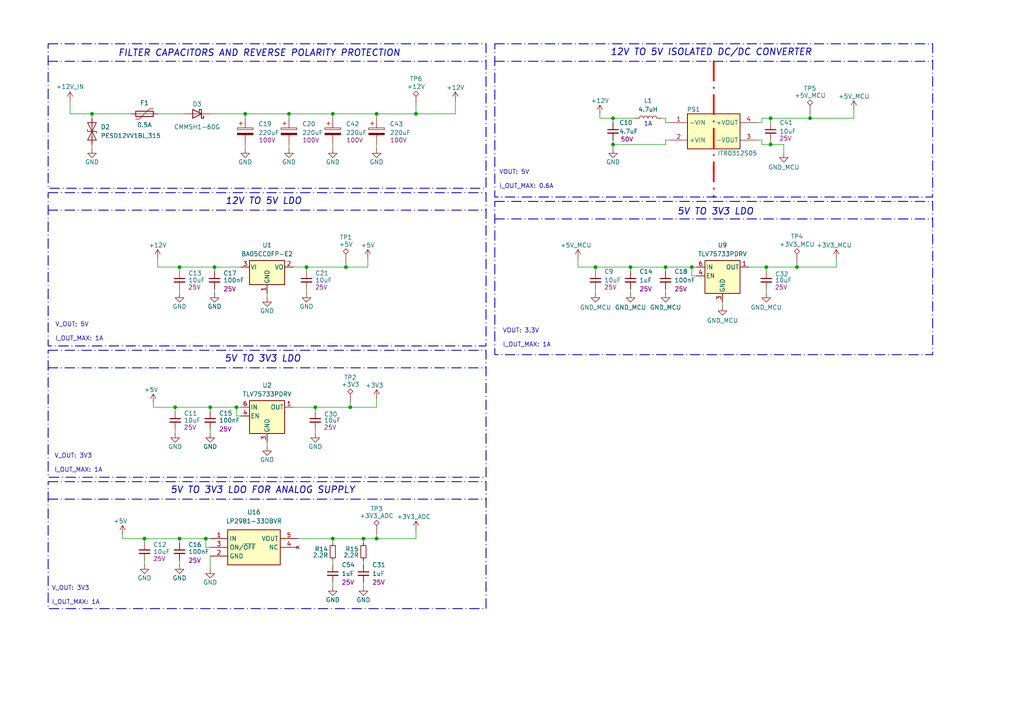
<source format=kicad_sch>
(kicad_sch (version 20231120) (generator "eeschema") (generator_version "8.0")
  (paper "A4")
  (lib_symbols
    (symbol "Connector:TestPoint_Alt" (pin_numbers hide) (pin_names (offset 0.762) hide)
      (property "Reference" "TP" (at 0 6.858 0))
      (property "Value" "TestPoint_Alt" (at 0 5.08 0))
      (symbol "TestPoint_Alt_0_1"
        (polyline (pts (xy 0 2.54) (xy -0.762 3.302) (xy 0 4.064) (xy 0.762 3.302) (xy 0 2.54)))
      )
      (symbol "TestPoint_Alt_1_1"
        (pin passive line (at 0 0 90) (length 2.54) (name "1") (number "1"))
      )
    )
    (symbol "Device:C_Polarized" (pin_numbers hide) (pin_names (offset 0.254))
      (property "Reference" "C" (at 0.635 2.54 0))
      (property "Value" "C_Polarized" (at 0.635 -2.54 0))
      (symbol "C_Polarized_0_1"
        (rectangle (start -2.286 0.508) (end 2.286 1.016))
        (polyline (pts (xy -1.778 2.286) (xy -0.762 2.286)))
        (polyline (pts (xy -1.27 2.794) (xy -1.27 1.778)))
        (rectangle (start 2.286 -0.508) (end -2.286 -1.016) (fill (type outline)))
      )
      (symbol "C_Polarized_1_1"
        (pin passive line (at 0 3.81 270) (length 2.794) (name "~") (number "1"))
        (pin passive line (at 0 -3.81 90) (length 2.794) (name "~") (number "2"))
      )
    )
    (symbol "Device:C_Small" (pin_numbers hide) (pin_names (offset 0.254) hide)
      (property "Reference" "C" (at 0.254 1.778 0))
      (property "Value" "C_Small" (at 0.254 -2.032 0))
      (symbol "C_Small_0_1"
        (polyline (pts (xy -1.524 -0.508) (xy 1.524 -0.508)) (stroke (width 0.3302)))
        (polyline (pts (xy -1.524 0.508) (xy 1.524 0.508)) (stroke (width 0.3048)))
      )
      (symbol "C_Small_1_1"
        (pin passive line (at 0 2.54 270) (length 2.032) (name "~") (number "1"))
        (pin passive line (at 0 -2.54 90) (length 2.032) (name "~") (number "2"))
      )
    )
    (symbol "Device:D_Schottky" (pin_numbers hide) (pin_names (offset 1.016) hide)
      (property "Reference" "D" (at 0 2.54 0))
      (property "Value" "D_Schottky" (at 0 -2.54 0))
      (symbol "D_Schottky_0_1"
        (polyline (pts (xy 1.27 0) (xy -1.27 0)))
        (polyline (pts (xy 1.27 1.27) (xy 1.27 -1.27) (xy -1.27 0) (xy 1.27 1.27)) (stroke (width 0.254)))
        (polyline (pts (xy -1.905 0.635) (xy -1.905 1.27) (xy -1.27 1.27) (xy -1.27 -1.27) (xy -0.635 -1.27) (xy -0.635 -0.635)) (stroke (width 0.254)))
      )
      (symbol "D_Schottky_1_1"
        (pin passive line (at -3.81 0 0) (length 2.54) (name "K") (number "1"))
        (pin passive line (at 3.81 0 180) (length 2.54) (name "A") (number "2"))
      )
    )
    (symbol "Device:L" (pin_numbers hide) (pin_names (offset 1.016) hide)
      (property "Reference" "L" (at -1.27 0 90))
      (property "Value" "L" (at 1.905 0 90))
      (symbol "L_0_1"
        (arc (start 0 -2.54) (mid 0.6323 -1.905) (end 0 -1.27))
        (arc (start 0 -1.27) (mid 0.6323 -0.635) (end 0 0))
        (arc (start 0 0) (mid 0.6323 0.635) (end 0 1.27))
        (arc (start 0 1.27) (mid 0.6323 1.905) (end 0 2.54))
      )
      (symbol "L_1_1"
        (pin passive line (at 0 3.81 270) (length 1.27) (name "1") (number "1"))
        (pin passive line (at 0 -3.81 90) (length 1.27) (name "2") (number "2"))
      )
    )
    (symbol "Device:Polyfuse" (pin_numbers hide) (pin_names (offset 0))
      (property "Reference" "F" (at -2.54 0 90))
      (property "Value" "Polyfuse" (at 2.54 0 90))
      (symbol "Polyfuse_0_1"
        (rectangle (start -0.762 2.54) (end 0.762 -2.54) (stroke (width 0.254)))
        (polyline (pts (xy 0 2.54) (xy 0 -2.54)))
        (polyline (pts (xy -1.524 2.54) (xy -1.524 1.524) (xy 1.524 -1.524) (xy 1.524 -2.54)))
      )
      (symbol "Polyfuse_1_1"
        (pin passive line (at 0 3.81 270) (length 1.27) (name "~") (number "1"))
        (pin passive line (at 0 -3.81 90) (length 1.27) (name "~") (number "2"))
      )
    )
    (symbol "Device:R_Small" (pin_numbers hide) (pin_names (offset 0.254) hide)
      (property "Reference" "R" (at 0.762 0.508 0))
      (property "Value" "R_Small" (at 0.762 -1.016 0))
      (symbol "R_Small_0_1"
        (rectangle (start -0.762 1.778) (end 0.762 -1.778) (stroke (width 0.2032)))
      )
      (symbol "R_Small_1_1"
        (pin passive line (at 0 2.54 270) (length 0.762) (name "~") (number "1"))
        (pin passive line (at 0 -2.54 90) (length 0.762) (name "~") (number "2"))
      )
    )
    (symbol "Diode:SMAJ58CA" (pin_numbers hide) (pin_names (offset 1.016) hide)
      (property "Reference" "D" (at 0 2.54 0))
      (property "Value" "SMAJ58CA" (at 0 -2.54 0))
      (symbol "SMAJ58CA_0_1"
        (polyline (pts (xy 1.27 0) (xy -1.27 0)))
        (polyline (pts (xy -2.54 -1.27) (xy 0 0) (xy -2.54 1.27) (xy -2.54 -1.27)) (stroke (width 0.2032)))
        (polyline (pts (xy 0.508 1.27) (xy 0 1.27) (xy 0 -1.27) (xy -0.508 -1.27)) (stroke (width 0.2032)))
        (polyline (pts (xy 2.54 1.27) (xy 2.54 -1.27) (xy 0 0) (xy 2.54 1.27)) (stroke (width 0.2032)))
      )
      (symbol "SMAJ58CA_1_1"
        (pin passive line (at -3.81 0 0) (length 2.54) (name "A1") (number "1"))
        (pin passive line (at 3.81 0 180) (length 2.54) (name "A2") (number "2"))
      )
    )
    (symbol "My_Symbol_Lib:ITR0312S05"
      (property "Reference" "PS" (at 21.59 7.62 0))
      (property "Value" "ITR0312S05" (at 21.59 5.08 0))
      (symbol "ITR0312S05_1_1"
        (rectangle (start 5.08 2.54) (end 20.32 -7.62) (stroke (width 0.254)) (fill (type background)))
        (pin passive line (at 0 0 0) (length 5.08) (name "-VIN") (number "1"))
        (pin passive line (at 0 -5.08 0) (length 5.08) (name "+VIN") (number "2"))
        (pin passive line (at 25.4 -5.08 180) (length 5.08) (name "-VOUT") (number "3"))
        (pin passive line (at 25.4 0 180) (length 5.08) (name "+VOUT") (number "4"))
      )
    )
    (symbol "My_Symbol_Lib:LP2981-33DBVR"
      (property "Reference" "U" (at -0.508 1.778 0))
      (property "Value" "LP2981-33DBVR" (at -0.254 -10.668 0))
      (symbol "LP2981-33DBVR_1_1"
        (rectangle (start 0 0) (end 15.24 -10.16) (stroke (width 0.254)) (fill (type background)))
        (pin power_in line (at -5.08 -2.54 0) (length 5.08) (name "IN") (number "1"))
        (pin power_in line (at -5.08 -7.62 0) (length 5.08) (name "GND") (number "2"))
        (pin input line (at -5.08 -5.08 0) (length 5.08) (name "ON/~{OFF}") (number "3"))
        (pin no_connect line (at 20.32 -5.08 180) (length 5.08) (name "NC") (number "4"))
        (pin output line (at 20.32 -2.54 180) (length 5.08) (name "VOUT") (number "5"))
      )
    )
    (symbol "Regulator_Linear:TLV1117-50" (pin_names (offset 0.254))
      (property "Reference" "U" (at -3.81 3.175 0))
      (property "Value" "TLV1117-50" (at 0 3.175 0))
      (symbol "TLV1117-50_0_1"
        (rectangle (start -5.08 -5.08) (end 5.08 1.905) (stroke (width 0.254)) (fill (type background)))
      )
      (symbol "TLV1117-50_1_1"
        (pin power_in line (at 0 -7.62 90) (length 2.54) (name "GND") (number "1"))
        (pin power_out line (at 7.62 0 180) (length 2.54) (name "VO") (number "2"))
        (pin power_in line (at -7.62 0 0) (length 2.54) (name "VI") (number "3"))
      )
    )
    (symbol "Regulator_Linear:TLV75733PDRV" (pin_names (offset 0.254))
      (property "Reference" "U" (at -3.81 5.715 0))
      (property "Value" "TLV75733PDRV" (at 0 5.715 0))
      (symbol "TLV75733PDRV_0_1"
        (rectangle (start -5.08 4.445) (end 5.08 -5.08) (stroke (width 0.254)) (fill (type background)))
      )
      (symbol "TLV75733PDRV_1_1"
        (pin power_out line (at 7.62 2.54 180) (length 2.54) (name "OUT") (number "1"))
        (pin no_connect line (at 5.08 0 180) (length 2.54) hide (name "NC") (number "2"))
        (pin power_in line (at 0 -7.62 90) (length 2.54) (name "GND") (number "3"))
        (pin input line (at -7.62 0 0) (length 2.54) (name "EN") (number "4"))
        (pin no_connect line (at 5.08 -2.54 180) (length 2.54) hide (name "NC") (number "5"))
        (pin power_in line (at -7.62 2.54 0) (length 2.54) (name "IN") (number "6"))
        (pin passive line (at 0 -7.62 90) (length 2.54) hide (name "GND") (number "7"))
      )
    )
    (symbol "power:+12V" (power) (pin_numbers hide) (pin_names (offset 0) hide)
      (property "Value" "+12V" (at 0 3.556 0))
      (symbol "+12V_0_1"
        (polyline (pts (xy -0.762 1.27) (xy 0 2.54)))
        (polyline (pts (xy 0 0) (xy 0 2.54)))
        (polyline (pts (xy 0 2.54) (xy 0.762 1.27)))
      )
      (symbol "+12V_1_1"
        (pin power_in line (at 0 0 90) (length 0) (name "~") (number "1"))
      )
    )
    (symbol "power:GND" (power) (pin_numbers hide) (pin_names (offset 0) hide)
      (property "Value" "GND" (at 0 -3.81 0))
      (symbol "GND_0_1"
        (polyline (pts (xy 0 0) (xy 0 -1.27) (xy 1.27 -1.27) (xy 0 -2.54) (xy -1.27 -1.27) (xy 0 -1.27)))
      )
      (symbol "GND_1_1"
        (pin power_in line (at 0 0 270) (length 0) (name "~") (number "1"))
      )
    )
    (symbol "power:VCC" (power) (pin_numbers hide) (pin_names (offset 0) hide)
      (property "Value" "VCC" (at 0 3.556 0))
      (symbol "VCC_0_1"
        (polyline (pts (xy -0.762 1.27) (xy 0 2.54)))
        (polyline (pts (xy 0 0) (xy 0 2.54)))
        (polyline (pts (xy 0 2.54) (xy 0.762 1.27)))
      )
      (symbol "VCC_1_1"
        (pin power_in line (at 0 0 90) (length 0) (name "~") (number "1"))
      )
    )
  )
  (junction (at 231.14 77.47))
  (junction (at 177.8 34.29))
  (junction (at 50.8 118.11))
  (junction (at 101.6 118.11))
  (junction (at 60.96 118.11))
  (junction (at 105.41 156.21))
  (junction (at 223.52 41.91))
  (junction (at 88.9 77.47))
  (junction (at 62.23 77.47))
  (junction (at 109.22 33.02))
  (junction (at 96.52 156.21))
  (junction (at 177.8 41.91))
  (junction (at 100.33 77.47))
  (junction (at 91.44 118.11))
  (junction (at 41.91 156.21))
  (junction (at 223.52 34.29))
  (junction (at 182.88 77.47))
  (junction (at 193.04 77.47))
  (junction (at 120.65 33.02))
  (junction (at 222.25 77.47))
  (junction (at 83.82 33.02))
  (junction (at 52.07 156.21))
  (junction (at 71.12 33.02))
  (junction (at 96.52 33.02))
  (junction (at 200.66 77.47))
  (junction (at 26.67 33.02))
  (junction (at 52.07 77.47))
  (junction (at 59.69 156.21))
  (junction (at 109.22 156.21))
  (junction (at 172.72 77.47))
  (junction (at 234.95 34.29))
  (junction (at 68.58 118.11))
  (wire (pts (xy 109.22 33.02) (xy 109.22 34.29)))
  (wire (pts (xy 220.98 41.91) (xy 223.52 41.91)))
  (wire (pts (xy 91.44 118.11) (xy 91.44 119.38)))
  (wire (pts (xy 182.88 77.47) (xy 193.04 77.47)))
  (wire (pts (xy 177.8 41.91) (xy 177.8 43.18)))
  (wire (pts (xy 223.52 35.56) (xy 223.52 34.29)))
  (wire (pts (xy 71.12 33.02) (xy 83.82 33.02)))
  (wire (pts (xy 193.04 34.29) (xy 193.04 35.56)))
  (wire (pts (xy 132.08 33.02) (xy 120.65 33.02)))
  (wire (pts (xy 26.67 33.02) (xy 38.1 33.02)))
  (wire (pts (xy 50.8 124.46) (xy 50.8 125.73)))
  (wire (pts (xy 106.68 74.93) (xy 106.68 77.47)))
  (wire (pts (xy 101.6 116.84) (xy 101.6 118.11)))
  (wire (pts (xy 220.98 34.29) (xy 220.98 35.56)))
  (wire (pts (xy 227.33 41.91) (xy 227.33 44.45)))
  (polyline (pts (xy 143.51 63.5) (xy 270.51 63.5)) (stroke (width 0.254) (type dash_dot)))
  (wire (pts (xy 193.04 77.47) (xy 200.66 77.47)))
  (wire (pts (xy 71.12 33.02) (xy 71.12 34.29)))
  (wire (pts (xy 44.45 116.84) (xy 44.45 118.11)))
  (wire (pts (xy 193.04 83.82) (xy 193.04 85.09)))
  (wire (pts (xy 223.52 41.91) (xy 223.52 40.64)))
  (wire (pts (xy 88.9 77.47) (xy 100.33 77.47)))
  (wire (pts (xy 96.52 156.21) (xy 105.41 156.21)))
  (wire (pts (xy 193.04 35.56) (xy 194.31 35.56)))
  (wire (pts (xy 83.82 33.02) (xy 83.82 34.29)))
  (wire (pts (xy 223.52 41.91) (xy 227.33 41.91)))
  (wire (pts (xy 83.82 43.18) (xy 83.82 41.91)))
  (wire (pts (xy 109.22 154.94) (xy 109.22 156.21)))
  (wire (pts (xy 109.22 43.18) (xy 109.22 41.91)))
  (wire (pts (xy 105.41 156.21) (xy 109.22 156.21)))
  (wire (pts (xy 223.52 34.29) (xy 234.95 34.29)))
  (wire (pts (xy 177.8 40.64) (xy 177.8 41.91)))
  (wire (pts (xy 105.41 170.18) (xy 105.41 168.91)))
  (wire (pts (xy 68.58 118.11) (xy 68.58 120.65)))
  (wire (pts (xy 201.93 77.47) (xy 200.66 77.47)))
  (wire (pts (xy 120.65 30.48) (xy 120.65 33.02)))
  (wire (pts (xy 50.8 118.11) (xy 50.8 119.38)))
  (wire (pts (xy 26.67 34.29) (xy 26.67 33.02)))
  (wire (pts (xy 91.44 118.11) (xy 101.6 118.11)))
  (wire (pts (xy 109.22 156.21) (xy 120.65 156.21)))
  (wire (pts (xy 222.25 83.82) (xy 222.25 85.09)))
  (wire (pts (xy 62.23 78.74) (xy 62.23 77.47)))
  (wire (pts (xy 220.98 40.64) (xy 219.71 40.64)))
  (wire (pts (xy 96.52 170.18) (xy 96.52 168.91)))
  (wire (pts (xy 231.14 76.2) (xy 231.14 77.47)))
  (wire (pts (xy 60.96 33.02) (xy 71.12 33.02)))
  (wire (pts (xy 101.6 118.11) (xy 109.22 118.11)))
  (wire (pts (xy 41.91 156.21) (xy 41.91 157.48)))
  (wire (pts (xy 100.33 76.2) (xy 100.33 77.47)))
  (wire (pts (xy 201.93 80.01) (xy 200.66 80.01)))
  (wire (pts (xy 60.96 119.38) (xy 60.96 118.11)))
  (wire (pts (xy 177.8 41.91) (xy 193.04 41.91)))
  (wire (pts (xy 105.41 156.21) (xy 105.41 157.48)))
  (polyline (pts (xy 13.97 106.68) (xy 140.97 106.68)) (stroke (width 0.254) (type dash_dot)))
  (wire (pts (xy 88.9 83.82) (xy 88.9 85.09)))
  (wire (pts (xy 52.07 157.48) (xy 52.07 156.21)))
  (wire (pts (xy 59.69 158.75) (xy 60.96 158.75)))
  (wire (pts (xy 41.91 162.56) (xy 41.91 163.83)))
  (wire (pts (xy 219.71 35.56) (xy 220.98 35.56)))
  (wire (pts (xy 167.64 74.93) (xy 167.64 77.47)))
  (wire (pts (xy 59.69 156.21) (xy 60.96 156.21)))
  (wire (pts (xy 217.17 77.47) (xy 222.25 77.47)))
  (wire (pts (xy 132.08 29.21) (xy 132.08 33.02)))
  (wire (pts (xy 234.95 34.29) (xy 247.65 34.29)))
  (wire (pts (xy 234.95 34.29) (xy 234.95 33.02)))
  (wire (pts (xy 45.72 77.47) (xy 52.07 77.47)))
  (wire (pts (xy 35.56 154.94) (xy 35.56 156.21)))
  (wire (pts (xy 177.8 34.29) (xy 184.15 34.29)))
  (wire (pts (xy 193.04 40.64) (xy 194.31 40.64)))
  (wire (pts (xy 77.47 128.27) (xy 77.47 129.54)))
  (wire (pts (xy 247.65 34.29) (xy 247.65 31.75)))
  (polyline (pts (xy 13.97 60.96) (xy 140.97 60.96)) (stroke (width 0.254) (type dash_dot)))
  (wire (pts (xy 109.22 115.57) (xy 109.22 118.11)))
  (wire (pts (xy 62.23 77.47) (xy 69.85 77.47)))
  (wire (pts (xy 193.04 41.91) (xy 193.04 40.64)))
  (wire (pts (xy 60.96 118.11) (xy 68.58 118.11)))
  (wire (pts (xy 182.88 77.47) (xy 182.88 78.74)))
  (wire (pts (xy 242.57 74.93) (xy 242.57 77.47)))
  (wire (pts (xy 105.41 163.83) (xy 105.41 162.56)))
  (wire (pts (xy 85.09 77.47) (xy 88.9 77.47)))
  (wire (pts (xy 50.8 118.11) (xy 60.96 118.11)))
  (wire (pts (xy 96.52 43.18) (xy 96.52 41.91)))
  (wire (pts (xy 100.33 77.47) (xy 106.68 77.47)))
  (wire (pts (xy 59.69 156.21) (xy 59.69 158.75)))
  (wire (pts (xy 26.67 43.18) (xy 26.67 41.91)))
  (wire (pts (xy 177.8 34.29) (xy 177.8 35.56)))
  (wire (pts (xy 60.96 161.29) (xy 60.96 165.1)))
  (wire (pts (xy 200.66 80.01) (xy 200.66 77.47)))
  (wire (pts (xy 222.25 77.47) (xy 231.14 77.47)))
  (wire (pts (xy 60.96 124.46) (xy 60.96 125.73)))
  (wire (pts (xy 68.58 120.65) (xy 69.85 120.65)))
  (wire (pts (xy 220.98 41.91) (xy 220.98 40.64)))
  (wire (pts (xy 52.07 77.47) (xy 52.07 78.74)))
  (wire (pts (xy 167.64 77.47) (xy 172.72 77.47)))
  (wire (pts (xy 44.45 118.11) (xy 50.8 118.11)))
  (wire (pts (xy 86.36 156.21) (xy 96.52 156.21)))
  (polyline (pts (xy 13.97 17.78) (xy 140.97 17.78)) (stroke (width 0.254) (type dash_dot)))
  (wire (pts (xy 193.04 77.47) (xy 193.04 78.74)))
  (wire (pts (xy 91.44 125.73) (xy 91.44 124.46)))
  (wire (pts (xy 220.98 34.29) (xy 223.52 34.29)))
  (wire (pts (xy 52.07 77.47) (xy 62.23 77.47)))
  (wire (pts (xy 209.55 87.63) (xy 209.55 88.9)))
  (wire (pts (xy 68.58 118.11) (xy 69.85 118.11)))
  (wire (pts (xy 173.99 33.02) (xy 173.99 34.29)))
  (wire (pts (xy 20.32 33.02) (xy 26.67 33.02)))
  (wire (pts (xy 88.9 78.74) (xy 88.9 77.47)))
  (wire (pts (xy 96.52 156.21) (xy 96.52 157.48)))
  (wire (pts (xy 83.82 33.02) (xy 96.52 33.02)))
  (polyline (pts (xy 143.51 17.78) (xy 270.51 17.78)) (stroke (width 0.254) (type dash_dot)))
  (wire (pts (xy 45.72 74.93) (xy 45.72 77.47)))
  (wire (pts (xy 109.22 33.02) (xy 120.65 33.02)))
  (wire (pts (xy 172.72 83.82) (xy 172.72 85.09)))
  (wire (pts (xy 45.72 33.02) (xy 53.34 33.02)))
  (wire (pts (xy 231.14 77.47) (xy 242.57 77.47)))
  (wire (pts (xy 62.23 83.82) (xy 62.23 85.09)))
  (wire (pts (xy 41.91 156.21) (xy 52.07 156.21)))
  (wire (pts (xy 52.07 162.56) (xy 52.07 163.83)))
  (wire (pts (xy 52.07 85.09) (xy 52.07 83.82)))
  (wire (pts (xy 172.72 77.47) (xy 182.88 77.47)))
  (polyline (pts (xy 13.97 144.78) (xy 140.97 144.78)) (stroke (width 0.254) (type dash_dot)))
  (polyline (pts (xy 207.01 17.78) (xy 207.01 57.15)) (stroke (width 0.508) (type dash_dot) (color 255 0 0 1)))
  (wire (pts (xy 173.99 34.29) (xy 177.8 34.29)))
  (wire (pts (xy 96.52 33.02) (xy 109.22 33.02)))
  (wire (pts (xy 85.09 118.11) (xy 91.44 118.11)))
  (wire (pts (xy 182.88 85.09) (xy 182.88 83.82)))
  (wire (pts (xy 172.72 77.47) (xy 172.72 78.74)))
  (wire (pts (xy 222.25 78.74) (xy 222.25 77.47)))
  (wire (pts (xy 71.12 43.18) (xy 71.12 41.91)))
  (wire (pts (xy 77.47 85.09) (xy 77.47 86.36)))
  (wire (pts (xy 52.07 156.21) (xy 59.69 156.21)))
  (wire (pts (xy 191.77 34.29) (xy 193.04 34.29)))
  (wire (pts (xy 120.65 153.67) (xy 120.65 156.21)))
  (wire (pts (xy 35.56 156.21) (xy 41.91 156.21)))
  (wire (pts (xy 20.32 33.02) (xy 20.32 29.21)))
  (wire (pts (xy 96.52 33.02) (xy 96.52 34.29)))
  (wire (pts (xy 96.52 163.83) (xy 96.52 162.56)))
  (rectangle (start 13.97 12.7) (end 140.97 54.61) (stroke (width 0.254) (type dash_dot)))
  (rectangle (start 143.51 12.7) (end 270.51 57.15) (stroke (width 0.254) (type dash_dot)))
  (rectangle (start 143.51 58.42) (end 270.51 102.87) (stroke (width 0.254) (type dash_dot)))
  (rectangle (start 13.97 139.7) (end 140.97 176.53) (stroke (width 0.254) (type dash_dot)))
  (rectangle (start 13.97 55.88) (end 140.97 100.33) (stroke (width 0.254) (type dash_dot)))
  (rectangle (start 13.97 101.6) (end 140.97 138.43) (stroke (width 0.254) (type dash_dot)))
  (text "FILTER CAPACITORS AND REVERSE POLARITY PROTECTION" (at 75.184 15.494 0) (effects (font (size 1.905 1.905) (thickness 0.254) (bold yes) (italic yes))))
  (text "VOUT: 3.3V\n\nI_OUT_MAX: 1A" (at 145.796 98.044 0) (effects (font (size 1.27 1.27)) (justify left)))
  (text "5V TO 3V3 LDO" (at 76.2 104.14 0) (effects (font (size 1.905 1.905) (thickness 0.254) (bold yes) (italic yes))))
  (text "5V TO 3V3 LDO" (at 207.518 61.468 0) (effects (font (size 1.905 1.905) (thickness 0.254) (bold yes) (italic yes))))
  (text "12V TO 5V LDO" (at 76.454 58.42 0) (effects (font (size 1.905 1.905) (thickness 0.254) (bold yes) (italic yes))))
  (text "V_OUT: 5V\n\nI_OUT_MAX: 1A" (at 16.002 96.266 0) (effects (font (size 1.27 1.27)) (justify left)))
  (text "V_OUT: 3V3\n\nI_OUT_MAX: 1A" (at 15.748 134.366 0) (effects (font (size 1.27 1.27)) (justify left)))
  (text "12V TO 5V ISOLATED DC/DC CONVERTER" (at 206.248 15.24 0) (effects (font (size 1.905 1.905) (thickness 0.254) (bold yes) (italic yes))))
  (text "1A" (at 187.96 36.068 0) (effects (font (size 1.27 1.27))))
  (text "VOUT: 5V\n\nI_OUT_MAX: 0.6A" (at 144.78 52.07 0) (effects (font (size 1.27 1.27)) (justify left)))
  (text "V_OUT: 3V3\n\nI_OUT_MAX: 1A" (at 14.986 172.72 0) (effects (font (size 1.27 1.27)) (justify left)))
  (text "5V TO 3V3 LDO FOR ANALOG SUPPLY" (at 76.2 142.24 0) (effects (font (size 1.905 1.905) (thickness 0.254) (bold yes) (italic yes))))
  (symbol (lib_id "power:GND") (at 193.04 85.09 0) (unit 1)
    (property "Reference" "#PWR029" (effects (hide yes)))
    (property "Value" "GND_MCU" (at 193.04 89.154 0))
    (property "Description" "Power symbol creates a global label with name \"GND\" , ground" (effects (hide yes)))
  )
  (symbol (lib_id "Device:C_Small") (at 62.23 81.28 0) (unit 1)
    (property "Reference" "C17" (at 64.77 79.248 0) (effects (justify left)))
    (property "Value" "100nF" (at 64.77 81.28 0) (effects (justify left)))
    (property "Footprint" "Capacitor_SMD:C_0805_2012Metric" (effects (hide yes)))
    (property "Description" "Unpolarized capacitor, small symbol" (effects (hide yes)))
    (property "Link" "https://ozdisan.com/pasif-komponentler/kapasitorler/smt-smd-ve-mlcc-kapasitorler/MCF03KTB250104/1057180" (effects (hide yes)))
    (property "Mfr.No" "MCF03KTB250104" (effects (hide yes)))
    (property "Voltage" "25V" (at 64.77 83.82 0) (effects (justify left)))
  )
  (symbol (lib_id "Device:C_Small") (at 105.41 166.37 0) (unit 1)
    (property "Reference" "C31" (at 107.95 163.83 0) (effects (justify left)))
    (property "Value" "1uF" (at 107.95 166.37 0) (effects (justify left)))
    (property "Footprint" "Capacitor_SMD:C_0805_2012Metric" (effects (hide yes)))
    (property "Description" "Unpolarized capacitor, small symbol" (effects (hide yes)))
    (property "Link" "https://ozdisan.com/pasif-komponentler/kapasitorler/smt-smd-ve-mlcc-kapasitorler/MCF03KTB250105/1057179" (effects (hide yes)))
    (property "Mfr.No" "MCF03KTB250105" (effects (hide yes)))
    (property "Voltage" "25V" (at 107.95 168.91 0) (effects (justify left)))
  )
  (symbol (lib_id "power:GND") (at 91.44 125.73 0) (unit 1)
    (property "Reference" "#PWR061" (effects (hide yes)))
    (property "Value" "GND" (at 91.44 129.54 0))
    (property "Description" "Power symbol creates a global label with name \"GND\" , ground" (effects (hide yes)))
  )
  (symbol (lib_id "Device:C_Small") (at 88.9 81.28 0) (unit 1)
    (property "Reference" "C21" (at 91.44 79.248 0) (effects (justify left)))
    (property "Value" "10uF" (at 91.44 81.28 0) (effects (justify left)))
    (property "Footprint" "Capacitor_SMD:C_0805_2012Metric" (effects (hide yes)))
    (property "Description" "Unpolarized capacitor, small symbol" (effects (hide yes)))
    (property "Link" "https://ozdisan.com/pasif-komponentler/kapasitorler/smt-smd-ve-mlcc-kapasitorler/CL21A106KAYNNNE/453566" (effects (hide yes)))
    (property "Mfr.No" "CL21A106KAYNNNE " (effects (hide yes)))
    (property "Voltage" "25V" (at 93.218 83.312 0))
  )
  (symbol (lib_id "Connector:TestPoint_Alt") (at 109.22 154.94 0) (unit 1)
    (property "Reference" "TP3" (at 109.22 147.574 0))
    (property "Value" "+3V3_ADC" (at 109.22 149.606 0))
    (property "Footprint" "TestPoint:TestPoint_Loop_D2.50mm_Drill1.0mm_LowProfile" (effects (hide yes)))
    (property "Description" "test point (alternative shape)" (effects (hide yes)))
  )
  (symbol (lib_id "Device:C_Small") (at 52.07 81.28 0) (unit 1)
    (property "Reference" "C13" (at 54.61 79.248 0) (effects (justify left)))
    (property "Value" "10uF" (at 54.61 81.28 0) (effects (justify left)))
    (property "Footprint" "Capacitor_SMD:C_0805_2012Metric" (effects (hide yes)))
    (property "Description" "Unpolarized capacitor, small symbol" (effects (hide yes)))
    (property "Link" "https://ozdisan.com/pasif-komponentler/kapasitorler/smt-smd-ve-mlcc-kapasitorler/CL21A106KAYNNNE/453566" (effects (hide yes)))
    (property "Mfr.No" "CL21A106KAYNNNE " (effects (hide yes)))
    (property "Voltage" "25V" (at 56.388 83.312 0))
  )
  (symbol (lib_id "power:GND") (at 77.47 86.36 0) (unit 1)
    (property "Reference" "#PWR031" (effects (hide yes)))
    (property "Value" "GND" (at 77.47 90.17 0))
    (property "Description" "Power symbol creates a global label with name \"GND\" , ground" (effects (hide yes)))
  )
  (symbol (lib_id "power:GND") (at 227.33 44.45 0) (unit 1)
    (property "Reference" "#PWR066" (effects (hide yes)))
    (property "Value" "GND_MCU" (at 227.33 48.514 0))
    (property "Description" "Power symbol creates a global label with name \"GND\" , ground" (effects (hide yes)))
  )
  (symbol (lib_id "power:GND") (at 26.67 43.18 0) (unit 1)
    (property "Reference" "#PWR014" (effects (hide yes)))
    (property "Value" "GND" (at 26.67 46.99 0))
    (property "Description" "Power symbol creates a global label with name \"GND\" , ground" (effects (hide yes)))
  )
  (symbol (lib_id "power:GND") (at 77.47 129.54 0) (unit 1)
    (property "Reference" "#PWR032" (effects (hide yes)))
    (property "Value" "GND" (at 77.47 133.35 0))
    (property "Description" "Power symbol creates a global label with name \"GND\" , ground" (effects (hide yes)))
  )
  (symbol (lib_id "Connector:TestPoint_Alt") (at 100.33 76.2 0) (unit 1)
    (property "Reference" "TP1" (at 100.33 68.834 0))
    (property "Value" "+5V" (at 100.33 70.866 0))
    (property "Footprint" "TestPoint:TestPoint_Loop_D2.50mm_Drill1.0mm_LowProfile" (effects (hide yes)))
    (property "Description" "test point (alternative shape)" (effects (hide yes)))
  )
  (symbol (lib_id "Device:C_Small") (at 41.91 160.02 0) (unit 1)
    (property "Reference" "C12" (at 44.45 157.988 0) (effects (justify left)))
    (property "Value" "10uF" (at 44.45 160.02 0) (effects (justify left)))
    (property "Footprint" "Capacitor_SMD:C_0805_2012Metric" (effects (hide yes)))
    (property "Description" "Unpolarized capacitor, small symbol" (effects (hide yes)))
    (property "Link" "https://ozdisan.com/pasif-komponentler/kapasitorler/smt-smd-ve-mlcc-kapasitorler/CL21A106KAYNNNE/453566" (effects (hide yes)))
    (property "Mfr.No" "CL21A106KAYNNNE " (effects (hide yes)))
    (property "Voltage" "25V" (at 46.228 162.052 0))
  )
  (symbol (lib_id "Device:C_Small") (at 50.8 121.92 0) (unit 1)
    (property "Reference" "C11" (at 53.34 119.888 0) (effects (justify left)))
    (property "Value" "10uF" (at 53.34 121.92 0) (effects (justify left)))
    (property "Footprint" "Capacitor_SMD:C_0805_2012Metric" (effects (hide yes)))
    (property "Description" "Unpolarized capacitor, small symbol" (effects (hide yes)))
    (property "Link" "https://ozdisan.com/pasif-komponentler/kapasitorler/smt-smd-ve-mlcc-kapasitorler/CL21A106KAYNNNE/453566" (effects (hide yes)))
    (property "Mfr.No" "CL21A106KAYNNNE " (effects (hide yes)))
    (property "Voltage" "25V" (at 55.118 123.952 0))
  )
  (symbol (lib_id "Regulator_Linear:TLV75733PDRV") (at 77.47 120.65 0) (unit 1)
    (property "Reference" "U2" (at 77.47 111.76 0))
    (property "Value" "TLV75733PDRV" (at 77.47 114.3 0))
    (property "Footprint" "Package_SON:WSON-6-1EP_2x2mm_P0.65mm_EP1x1.6mm" (effects (hide yes)))
    (property "Datasheet" "https://www.ti.com/lit/ds/symlink/tlv757p.pdf" (effects (hide yes)))
    (property "Description" "1A Low IQ Small Size Low Dropout Voltage Regulator, Fixed Output 3.3V, WSON6" (effects (hide yes)))
    (property "Link" "https://www.mouser.com.tr/ProductDetail/Texas-Instruments/TLV75733PDRVR?qs=W0yvOO0ixfGlytsi33vetg%3D%3D" (effects (hide yes)))
    (property "Mfr.No" "TLV75733PDRVR" (effects (hide yes)))
  )
  (symbol (lib_id "power:GND") (at 88.9 85.09 0) (unit 1)
    (property "Reference" "#PWR036" (effects (hide yes)))
    (property "Value" "GND" (at 88.9 88.9 0))
    (property "Description" "Power symbol creates a global label with name \"GND\" , ground" (effects (hide yes)))
  )
  (symbol (lib_id "power:VCC") (at 247.65 31.75 0) (unit 1)
    (property "Reference" "#PWR094" (effects (hide yes)))
    (property "Value" "+5V_MCU" (at 247.65 27.94 0))
    (property "Description" "Power symbol creates a global label with name \"VCC\"" (effects (hide yes)))
  )
  (symbol (lib_id "power:GND") (at 105.41 170.18 0) (unit 1)
    (property "Reference" "#PWR0124" (effects (hide yes)))
    (property "Value" "GND" (at 105.41 173.99 0))
    (property "Description" "Power symbol creates a global label with name \"GND\" , ground" (effects (hide yes)))
  )
  (symbol (lib_id "Device:C_Small") (at 52.07 160.02 0) (unit 1)
    (property "Reference" "C16" (at 54.61 157.988 0) (effects (justify left)))
    (property "Value" "100nF" (at 54.61 160.02 0) (effects (justify left)))
    (property "Footprint" "Capacitor_SMD:C_0805_2012Metric" (effects (hide yes)))
    (property "Description" "Unpolarized capacitor, small symbol" (effects (hide yes)))
    (property "Link" "https://ozdisan.com/pasif-komponentler/kapasitorler/smt-smd-ve-mlcc-kapasitorler/MCF03KTB250104/1057180" (effects (hide yes)))
    (property "Mfr.No" "MCF03KTB250104" (effects (hide yes)))
    (property "Voltage" "25V" (at 54.61 162.56 0) (effects (justify left)))
  )
  (symbol (lib_id "Connector:TestPoint_Alt") (at 120.65 30.48 0) (unit 1)
    (property "Reference" "TP6" (at 120.65 22.86 0))
    (property "Value" "+12V" (at 120.65 25.146 0))
    (property "Footprint" "TestPoint:TestPoint_Loop_D2.50mm_Drill1.0mm_LowProfile" (effects (hide yes)))
    (property "Description" "test point (alternative shape)" (effects (hide yes)))
  )
  (symbol (lib_id "Device:C_Small") (at 60.96 121.92 0) (unit 1)
    (property "Reference" "C15" (at 63.5 119.888 0) (effects (justify left)))
    (property "Value" "100nF" (at 63.5 121.92 0) (effects (justify left)))
    (property "Footprint" "Capacitor_SMD:C_0805_2012Metric" (effects (hide yes)))
    (property "Description" "Unpolarized capacitor, small symbol" (effects (hide yes)))
    (property "Link" "https://ozdisan.com/pasif-komponentler/kapasitorler/smt-smd-ve-mlcc-kapasitorler/MCF03KTB250104/1057180" (effects (hide yes)))
    (property "Mfr.No" "MCF03KTB250104" (effects (hide yes)))
    (property "Voltage" "25V" (at 63.5 124.46 0) (effects (justify left)))
  )
  (symbol (lib_id "power:VCC") (at 106.68 74.93 0) (unit 1)
    (property "Reference" "#PWR067" (effects (hide yes)))
    (property "Value" "+5V" (at 106.68 71.12 0))
    (property "Description" "Power symbol creates a global label with name \"VCC\"" (effects (hide yes)))
  )
  (symbol (lib_id "power:GND") (at 83.82 43.18 0) (unit 1)
    (property "Reference" "#PWR035" (effects (hide yes)))
    (property "Value" "GND" (at 83.82 46.99 0))
    (property "Description" "Power symbol creates a global label with name \"GND\" , ground" (effects (hide yes)))
  )
  (symbol (lib_id "Device:L") (at 187.96 34.29 90) (unit 1)
    (property "Reference" "L1" (at 187.96 29.21 90))
    (property "Value" "4.7uH" (at 187.96 31.75 90))
    (property "Footprint" "Inductor_SMD:L_1210_3225Metric" (effects (hide yes)))
    (property "Datasheet" "https://www.mouser.com.tr/datasheet/2/396/wound07_e-3009630.pdf" (effects (hide yes)))
    (property "Description" "Power Inductors - SMD 963-LSQPB322517T4R7M RPLCMT PN 1210 4.7uH 216mOhms 1000mA" (effects (hide yes)))
    (property "Link" "https://www.mouser.com.tr/ProductDetail/TAIYO-YUDEN/BRL3225T4R7M?qs=I6KAKw0tg2xOihqDOBdh7w%3D%3D" (effects (hide yes)))
    (property "Mfr.No" "BRL3225T4R7M" (effects (hide yes)))
  )
  (symbol (lib_id "power:VCC") (at 44.45 116.84 0) (unit 1)
    (property "Reference" "#PWR017" (effects (hide yes)))
    (property "Value" "+5V" (at 43.815 113.03 0))
    (property "Description" "Power symbol creates a global label with name \"VCC\"" (effects (hide yes)))
  )
  (symbol (lib_id "Device:C_Small") (at 182.88 81.28 0) (unit 1)
    (property "Reference" "C14" (at 185.42 78.74 0) (effects (justify left)))
    (property "Value" "1uF" (at 185.42 81.28 0) (effects (justify left)))
    (property "Footprint" "Capacitor_SMD:C_0805_2012Metric" (effects (hide yes)))
    (property "Description" "Unpolarized capacitor, small symbol" (effects (hide yes)))
    (property "Link" "https://ozdisan.com/pasif-komponentler/kapasitorler/smt-smd-ve-mlcc-kapasitorler/MCF03KTB250105/1057179" (effects (hide yes)))
    (property "Mfr.No" "MCF03KTB250105" (effects (hide yes)))
    (property "Voltage" "25V" (at 185.42 83.82 0) (effects (justify left)))
  )
  (symbol (lib_id "Connector:TestPoint_Alt") (at 101.6 116.84 0) (unit 1)
    (property "Reference" "TP2" (at 101.6 109.474 0))
    (property "Value" "+3V3" (at 101.6 111.506 0))
    (property "Footprint" "TestPoint:TestPoint_Loop_D2.50mm_Drill1.0mm_LowProfile" (effects (hide yes)))
    (property "Description" "test point (alternative shape)" (effects (hide yes)))
  )
  (symbol (lib_id "Device:Polyfuse") (at 41.91 33.02 90) (unit 1)
    (property "Reference" "F1" (at 41.91 29.845 90))
    (property "Value" "0.5A" (at 41.91 36.195 90))
    (property "Footprint" "Fuse:Fuse_1206_3216Metric" (effects (hide yes)))
    (property "Description" "Resettable fuse, polymeric positive temperature coefficient" (effects (hide yes)))
    (property "Link" "https://www.mouser.com.tr/ProductDetail/Bel-Fuse/C1F-500?qs=Mr%252BgrRYddfqgOaBmuwV7nw%3D%3D" (effects (hide yes)))
    (property "Mfr.No" "C1F 500" (effects (hide yes)))
  )
  (symbol (lib_id "power:GND") (at 60.96 165.1 0) (unit 1)
    (property "Reference" "#PWR033" (effects (hide yes)))
    (property "Value" "GND" (at 60.96 168.91 0))
    (property "Description" "Power symbol creates a global label with name \"GND\" , ground" (effects (hide yes)))
  )
  (symbol (lib_id "Device:D_Schottky") (at 57.15 33.02 180) (unit 1)
    (property "Reference" "D3" (at 57.15 30.226 0))
    (property "Value" "CMMSH1-60G" (at 57.15 36.83 0))
    (property "Footprint" "Diode_SMD:D_SOD-123F" (effects (hide yes)))
    (property "Datasheet" "https://my.centralsemi.com/datasheets/CMMSH1-40.PDF" (effects (hide yes)))
    (property "Description" "Schottky diode" (effects (hide yes)))
    (property "Link" "https://www.mouser.com.tr/ProductDetail/Central-Semiconductor/CMMSH1-60G-TR-PBFREE?qs=u16ybLDytRaqwQ9Jtbd3vg%3D%3D" (effects (hide yes)))
    (property "Mfr.No" "CMMSH1-60G TR PBFREE" (effects (hide yes)))
  )
  (symbol (lib_id "power:GND") (at 41.91 163.83 0) (unit 1)
    (property "Reference" "#PWR023" (effects (hide yes)))
    (property "Value" "GND" (at 41.91 167.64 0))
    (property "Description" "Power symbol creates a global label with name \"GND\" , ground" (effects (hide yes)))
  )
  (symbol (lib_id "Device:C_Small") (at 177.8 38.1 0) (unit 1)
    (property "Reference" "C10" (at 179.578 35.56 0) (effects (justify left)))
    (property "Value" "4.7uF" (at 179.578 38.1 0) (effects (justify left)))
    (property "Footprint" "Capacitor_SMD:C_0805_2012Metric" (effects (hide yes)))
    (property "Description" "Unpolarized capacitor, small symbol" (effects (hide yes)))
    (property "Link" "https://ozdisan.com/pasif-komponentler/kapasitorler/smt-smd-ve-mlcc-kapasitorler/CL21A475KBQNNNE/360305" (effects (hide yes)))
    (property "Mfr.No" "CL21A475KBQNNNE" (effects (hide yes)))
    (property "Voltage" "50V" (at 181.864 40.386 0))
  )
  (symbol (lib_id "Device:R_Small") (at 105.41 160.02 180) (unit 1)
    (property "Reference" "R15" (at 102.108 159.258 0))
    (property "Value" "2.2R" (at 101.854 161.036 0))
    (property "Footprint" "Resistor_SMD:R_0603_1608Metric" (effects (hide yes)))
    (property "Description" "Resistor, small symbol" (effects (hide yes)))
    (property "Link" "https://ozdisan.com/pasif-komponentler/direncler/smt-smd-ve-cip-direncler/0603SAF220KT5E/468919" (effects (hide yes)))
    (property "Mfr.No" "0603SAF220KT5E" (effects (hide yes)))
  )
  (symbol (lib_id "Regulator_Linear:TLV1117-50") (at 77.47 77.47 0) (unit 1)
    (property "Reference" "U1" (at 77.47 71.12 0))
    (property "Value" "BA05CC0FP-E2" (at 77.47 73.66 0))
    (property "Footprint" "Package_TO_SOT_SMD:TO-252-2" (effects (hide yes)))
    (property "Datasheet" "https://fscdn.rohm.com/en/products/databook/datasheet/ic/power/linear_regulator/baxxdd0-e.pdf" (effects (hide yes)))
    (property "Description" "LDO Voltage Regulators REG 1A 5V" (effects (hide yes)))
    (property "Link" "https://www.mouser.com.tr/ProductDetail/ROHM-Semiconductor/BA05CC0FP-E2?qs=sGAEpiMZZMug9GoBKXZ757Osff9irS4QW2ogxeEt20k%3D" (effects (hide yes)))
    (property "Mfr.No" "BA05CC0FP-E2" (effects (hide yes)))
  )
  (symbol (lib_id "power:GND") (at 209.55 88.9 0) (unit 1)
    (property "Reference" "#PWR034" (effects (hide yes)))
    (property "Value" "GND_MCU" (at 209.55 92.964 0))
    (property "Description" "Power symbol creates a global label with name \"GND\" , ground" (effects (hide yes)))
  )
  (symbol (lib_id "power:GND") (at 60.96 125.73 0) (unit 1)
    (property "Reference" "#PWR026" (effects (hide yes)))
    (property "Value" "GND" (at 60.96 129.54 0))
    (property "Description" "Power symbol creates a global label with name \"GND\" , ground" (effects (hide yes)))
  )
  (symbol (lib_id "power:GND") (at 96.52 43.18 0) (unit 1)
    (property "Reference" "#PWR064" (effects (hide yes)))
    (property "Value" "GND" (at 96.52 46.99 0))
    (property "Description" "Power symbol creates a global label with name \"GND\" , ground" (effects (hide yes)))
  )
  (symbol (lib_id "power:+12V") (at 20.32 29.21 0) (unit 1)
    (property "Reference" "#PWR013" (effects (hide yes)))
    (property "Value" "+12V_IN" (at 20.32 25.146 0))
    (property "Description" "Power symbol creates a global label with name \"+12V\"" (effects (hide yes)))
  )
  (symbol (lib_id "power:VCC") (at 173.99 33.02 0) (unit 1)
    (property "Reference" "#PWR019" (effects (hide yes)))
    (property "Value" "+12V" (at 173.99 29.21 0))
    (property "Description" "Power symbol creates a global label with name \"VCC\"" (effects (hide yes)))
  )
  (symbol (lib_id "power:GND") (at 182.88 85.09 0) (unit 1)
    (property "Reference" "#PWR025" (effects (hide yes)))
    (property "Value" "GND_MCU" (at 182.88 89.154 0))
    (property "Description" "Power symbol creates a global label with name \"GND\" , ground" (effects (hide yes)))
  )
  (symbol (lib_id "power:VCC") (at 35.56 154.94 0) (unit 1)
    (property "Reference" "#PWR018" (effects (hide yes)))
    (property "Value" "+5V" (at 34.925 151.13 0))
    (property "Description" "Power symbol creates a global label with name \"VCC\"" (effects (hide yes)))
  )
  (symbol (lib_id "Device:R_Small") (at 96.52 160.02 180) (unit 1)
    (property "Reference" "R14" (at 93.218 159.258 0))
    (property "Value" "2.2R" (at 92.964 161.036 0))
    (property "Footprint" "Resistor_SMD:R_0603_1608Metric" (effects (hide yes)))
    (property "Description" "Resistor, small symbol" (effects (hide yes)))
    (property "Link" "https://ozdisan.com/pasif-komponentler/direncler/smt-smd-ve-cip-direncler/0603SAF220KT5E/468919" (effects (hide yes)))
    (property "Mfr.No" "0603SAF220KT5E" (effects (hide yes)))
  )
  (symbol (lib_id "power:VCC") (at 109.22 115.57 0) (unit 1)
    (property "Reference" "#PWR091" (effects (hide yes)))
    (property "Value" "+3V3" (at 108.585 111.76 0))
    (property "Description" "Power symbol creates a global label with name \"VCC\"" (effects (hide yes)))
  )
  (symbol (lib_id "power:GND") (at 50.8 125.73 0) (unit 1)
    (property "Reference" "#PWR022" (effects (hide yes)))
    (property "Value" "GND" (at 50.8 129.54 0))
    (property "Description" "Power symbol creates a global label with name \"GND\" , ground" (effects (hide yes)))
  )
  (symbol (lib_id "power:GND") (at 52.07 85.09 0) (unit 1)
    (property "Reference" "#PWR024" (effects (hide yes)))
    (property "Value" "GND" (at 52.07 88.9 0))
    (property "Description" "Power symbol creates a global label with name \"GND\" , ground" (effects (hide yes)))
  )
  (symbol (lib_id "Diode:SMAJ58CA") (at 26.67 38.1 90) (unit 1)
    (property "Reference" "D2" (at 29.21 36.8299 90) (effects (justify right)))
    (property "Value" "PESD12VV1BL,315" (at 29.21 39.3699 90) (effects (justify right)))
    (property "Footprint" "Diode_SMD:D_SOD-882" (effects (hide yes)))
    (property "Datasheet" "https://www.littelfuse.com/media?resourcetype=datasheets&itemid=75e32973-b177-4ee3-a0ff-cedaf1abdb93&filename=smaj-datasheet" (effects (hide yes)))
    (property "Description" "Transient Voltage Suppression Diodes - TVS PESD12VV1BL/SOD882/SOD2" (effects (hide yes)))
    (property "Link" "https://www.mouser.com.tr/ProductDetail/Nexperia/PESD12VV1BL315?qs=sGAEpiMZZMsItbzKdwyIe%2FpxRT4QLLltvpFqcv6n%2F%252BA%3D" (effects (hide yes)))
    (property "Mfr.No" "PESD12VV1BL,315" (effects (hide yes)))
  )
  (symbol (lib_id "Device:C_Polarized") (at 109.22 38.1 0) (unit 1)
    (property "Reference" "C43" (at 113.03 35.9409 0) (effects (justify left)))
    (property "Value" "220uF" (at 113.03 38.4809 0) (effects (justify left)))
    (property "Footprint" "Capacitor_THT:C_Radial_D12.5mm_H25.0mm_P5.00mm" (effects (hide yes)))
    (property "Description" "Polarized capacitor" (effects (hide yes)))
    (property "Link" "https://ozdisan.com/pasif-komponentler/kapasitorler/aluminyum-kapasitorler/PKLH-100V221MH250-TA5-0/499949" (effects (hide yes)))
    (property "Mfr.No" "PKLH-100V221MH250-T/A5.0" (effects (hide yes)))
    (property "Voltage" "100V" (at 115.57 40.64 0))
  )
  (symbol (lib_id "power:GND") (at 222.25 85.09 0) (unit 1)
    (property "Reference" "#PWR063" (effects (hide yes)))
    (property "Value" "GND_MCU" (at 222.25 89.154 0))
    (property "Description" "Power symbol creates a global label with name \"GND\" , ground" (effects (hide yes)))
  )
  (symbol (lib_id "power:VCC") (at 167.64 74.93 0) (unit 1)
    (property "Reference" "#PWR015" (effects (hide yes)))
    (property "Value" "+5V_MCU" (at 167.005 71.12 0))
    (property "Description" "Power symbol creates a global label with name \"VCC\"" (effects (hide yes)))
  )
  (symbol (lib_id "Device:C_Polarized") (at 83.82 38.1 0) (unit 1)
    (property "Reference" "C20" (at 87.63 35.9409 0) (effects (justify left)))
    (property "Value" "220uF" (at 87.63 38.4809 0) (effects (justify left)))
    (property "Footprint" "Capacitor_THT:C_Radial_D12.5mm_H25.0mm_P5.00mm" (effects (hide yes)))
    (property "Description" "Polarized capacitor" (effects (hide yes)))
    (property "Link" "https://ozdisan.com/pasif-komponentler/kapasitorler/aluminyum-kapasitorler/PKLH-100V221MH250-TA5-0/499949" (effects (hide yes)))
    (property "Mfr.No" "PKLH-100V221MH250-T/A5.0" (effects (hide yes)))
    (property "Voltage" "100V" (at 90.17 40.64 0))
  )
  (symbol (lib_id "Device:C_Small") (at 91.44 121.92 0) (unit 1)
    (property "Reference" "C30" (at 93.98 120.142 0) (effects (justify left)))
    (property "Value" "10uF" (at 93.98 121.92 0) (effects (justify left)))
    (property "Footprint" "Capacitor_SMD:C_0805_2012Metric" (effects (hide yes)))
    (property "Description" "Unpolarized capacitor, small symbol" (effects (hide yes)))
    (property "Link" "https://ozdisan.com/pasif-komponentler/kapasitorler/smt-smd-ve-mlcc-kapasitorler/CL21A106KAYNNNE/453566" (effects (hide yes)))
    (property "Mfr.No" "CL21A106KAYNNNE " (effects (hide yes)))
    (property "Voltage" "25V" (at 95.758 123.952 0))
  )
  (symbol (lib_id "Regulator_Linear:TLV75733PDRV") (at 209.55 80.01 0) (unit 1)
    (property "Reference" "U9" (at 209.55 71.12 0))
    (property "Value" "TLV75733PDRV" (at 209.55 73.66 0))
    (property "Footprint" "Package_SON:WSON-6-1EP_2x2mm_P0.65mm_EP1x1.6mm" (effects (hide yes)))
    (property "Datasheet" "https://www.ti.com/lit/ds/symlink/tlv757p.pdf" (effects (hide yes)))
    (property "Description" "1A Low IQ Small Size Low Dropout Voltage Regulator, Fixed Output 3.3V, WSON6" (effects (hide yes)))
    (property "Link" "https://www.mouser.com.tr/ProductDetail/Texas-Instruments/TLV75733PDRVR?qs=W0yvOO0ixfGlytsi33vetg%3D%3D" (effects (hide yes)))
    (property "Mfr.No" "TLV75733PDRVR" (effects (hide yes)))
  )
  (symbol (lib_id "Device:C_Polarized") (at 71.12 38.1 0) (unit 1)
    (property "Reference" "C19" (at 74.93 35.9409 0) (effects (justify left)))
    (property "Value" "220uF" (at 74.93 38.4809 0) (effects (justify left)))
    (property "Footprint" "Capacitor_THT:C_Radial_D12.5mm_H25.0mm_P5.00mm" (effects (hide yes)))
    (property "Description" "Polarized capacitor" (effects (hide yes)))
    (property "Link" "https://ozdisan.com/pasif-komponentler/kapasitorler/aluminyum-kapasitorler/PKLH-100V221MH250-TA5-0/499949" (effects (hide yes)))
    (property "Mfr.No" "PKLH-100V221MH250-T/A5.0" (effects (hide yes)))
    (property "Voltage" "100V" (at 77.47 40.64 0))
  )
  (symbol (lib_id "power:GND") (at 172.72 85.09 0) (unit 1)
    (property "Reference" "#PWR016" (effects (hide yes)))
    (property "Value" "GND_MCU" (at 172.72 89.154 0))
    (property "Description" "Power symbol creates a global label with name \"GND\" , ground" (effects (hide yes)))
  )
  (symbol (lib_id "power:GND") (at 177.8 43.18 0) (unit 1)
    (property "Reference" "#PWR021" (effects (hide yes)))
    (property "Value" "GND" (at 177.8 46.99 0))
    (property "Description" "Power symbol creates a global label with name \"GND\" , ground" (effects (hide yes)))
  )
  (symbol (lib_id "Connector:TestPoint_Alt") (at 231.14 76.2 0) (unit 1)
    (property "Reference" "TP4" (at 231.14 68.58 0))
    (property "Value" "+3V3_MCU" (at 231.14 70.866 0))
    (property "Footprint" "TestPoint:TestPoint_Loop_D2.50mm_Drill1.0mm_LowProfile" (effects (hide yes)))
    (property "Description" "test point (alternative shape)" (effects (hide yes)))
  )
  (symbol (lib_id "power:VCC") (at 120.65 153.67 0) (unit 1)
    (property "Reference" "#PWR093" (effects (hide yes)))
    (property "Value" "+3V3_ADC" (at 120.015 149.86 0))
    (property "Description" "Power symbol creates a global label with name \"VCC\"" (effects (hide yes)))
  )
  (symbol (lib_id "Device:C_Small") (at 96.52 166.37 0) (unit 1)
    (property "Reference" "C54" (at 99.06 163.83 0) (effects (justify left)))
    (property "Value" "1uF" (at 99.06 166.37 0) (effects (justify left)))
    (property "Footprint" "Capacitor_SMD:C_0805_2012Metric" (effects (hide yes)))
    (property "Description" "Unpolarized capacitor, small symbol" (effects (hide yes)))
    (property "Link" "https://ozdisan.com/pasif-komponentler/kapasitorler/smt-smd-ve-mlcc-kapasitorler/MCF03KTB250105/1057179" (effects (hide yes)))
    (property "Mfr.No" "MCF03KTB250105" (effects (hide yes)))
    (property "Voltage" "25V" (at 99.06 168.91 0) (effects (justify left)))
  )
  (symbol (lib_id "power:GND") (at 96.52 170.18 0) (unit 1)
    (property "Reference" "#PWR062" (effects (hide yes)))
    (property "Value" "GND" (at 96.52 173.99 0))
    (property "Description" "Power symbol creates a global label with name \"GND\" , ground" (effects (hide yes)))
  )
  (symbol (lib_id "power:VCC") (at 242.57 74.93 0) (unit 1)
    (property "Reference" "#PWR092" (effects (hide yes)))
    (property "Value" "+3V3_MCU" (at 241.935 71.12 0))
    (property "Description" "Power symbol creates a global label with name \"VCC\"" (effects (hide yes)))
  )
  (symbol (lib_id "power:GND") (at 62.23 85.09 0) (unit 1)
    (property "Reference" "#PWR028" (effects (hide yes)))
    (property "Value" "GND" (at 62.23 88.9 0))
    (property "Description" "Power symbol creates a global label with name \"GND\" , ground" (effects (hide yes)))
  )
  (symbol (lib_id "My_Symbol_Lib:ITR0312S05") (at 194.31 35.56 0) (unit 1)
    (property "Reference" "PS1" (at 201.168 31.75 0))
    (property "Value" "ITR0312S05" (at 213.868 44.45 0))
    (property "Footprint" "My_Footprint_Lib:SIP-4" (effects (hide yes)))
    (property "Datasheet" "https://www.xppower.com/portals/0/pdfs/SF_ITR03.pdf" (effects (hide yes)))
    (property "Description" "Isolated DC/DC Converters - Through Hole DC-DC 3W 10% INPUT" (effects (hide yes)))
    (property "Link" "https://www.mouser.com.tr/ProductDetail/XP-Power/ITR0312S05?qs=zW32dvEIR3sfofgKygh7zQ%3D%3D" (effects (hide yes)))
    (property "Mfr.No" "ITR0312S05" (effects (hide yes)))
  )
  (symbol (lib_id "power:VCC") (at 45.72 74.93 0) (unit 1)
    (property "Reference" "#PWR020" (effects (hide yes)))
    (property "Value" "+12V" (at 45.72 71.12 0))
    (property "Description" "Power symbol creates a global label with name \"VCC\"" (effects (hide yes)))
  )
  (symbol (lib_id "My_Symbol_Lib:LP2981-33DBVR") (at 66.04 153.67 0) (unit 1)
    (property "Reference" "U16" (at 73.66 148.59 0))
    (property "Value" "LP2981-33DBVR" (at 73.66 151.13 0))
    (property "Footprint" "Package_TO_SOT_SMD:SOT-23-5" (effects (hide yes)))
    (property "Datasheet" "http://www.ti.com/lit/gpn/lp2981" (effects (hide yes)))
    (property "Description" "100-mA ultra-low dropout regulator with shutdown & 1.25% tolerance" (effects (hide yes)))
    (property "Link" "https://www.mouser.com.tr/ProductDetail/Texas-Instruments/LP2981-33DBVR?qs=sGAEpiMZZMug9GoBKXZ75%252BiteVw6EP0YE%252BADc2t3Pro%3D" (effects (hide yes)))
    (property "Mfr.No" "LP2981-33DBVR" (effects (hide yes)))
  )
  (symbol (lib_id "Device:C_Polarized") (at 96.52 38.1 0) (unit 1)
    (property "Reference" "C42" (at 100.33 35.9409 0) (effects (justify left)))
    (property "Value" "220uF" (at 100.33 38.4809 0) (effects (justify left)))
    (property "Footprint" "Capacitor_THT:C_Radial_D12.5mm_H25.0mm_P5.00mm" (effects (hide yes)))
    (property "Description" "Polarized capacitor" (effects (hide yes)))
    (property "Link" "https://ozdisan.com/pasif-komponentler/kapasitorler/aluminyum-kapasitorler/PKLH-100V221MH250-TA5-0/499949" (effects (hide yes)))
    (property "Mfr.No" "PKLH-100V221MH250-T/A5.0" (effects (hide yes)))
    (property "Voltage" "100V" (at 102.87 40.64 0))
  )
  (symbol (lib_id "Connector:TestPoint_Alt") (at 234.95 33.02 0) (unit 1)
    (property "Reference" "TP5" (at 234.95 25.654 0))
    (property "Value" "+5V_MCU" (at 234.95 27.686 0))
    (property "Footprint" "TestPoint:TestPoint_Loop_D2.50mm_Drill1.0mm_LowProfile" (effects (hide yes)))
    (property "Description" "test point (alternative shape)" (effects (hide yes)))
  )
  (symbol (lib_id "Device:C_Small") (at 222.25 81.28 0) (unit 1)
    (property "Reference" "C32" (at 224.79 79.502 0) (effects (justify left)))
    (property "Value" "10uF" (at 224.79 81.28 0) (effects (justify left)))
    (property "Footprint" "Capacitor_SMD:C_0805_2012Metric" (effects (hide yes)))
    (property "Description" "Unpolarized capacitor, small symbol" (effects (hide yes)))
    (property "Link" "https://ozdisan.com/pasif-komponentler/kapasitorler/smt-smd-ve-mlcc-kapasitorler/CL21A106KAYNNNE/453566" (effects (hide yes)))
    (property "Mfr.No" "CL21A106KAYNNNE " (effects (hide yes)))
    (property "Voltage" "25V" (at 226.568 83.312 0))
  )
  (symbol (lib_id "Device:C_Small") (at 172.72 81.28 0) (unit 1)
    (property "Reference" "C9" (at 175.26 78.74 0) (effects (justify left)))
    (property "Value" "10uF" (at 175.26 81.28 0) (effects (justify left)))
    (property "Footprint" "Capacitor_SMD:C_0805_2012Metric" (effects (hide yes)))
    (property "Description" "Unpolarized capacitor, small symbol" (effects (hide yes)))
    (property "Link" "https://ozdisan.com/pasif-komponentler/kapasitorler/smt-smd-ve-mlcc-kapasitorler/CL21A106KAYNNNE/453566" (effects (hide yes)))
    (property "Mfr.No" "CL21A106KAYNNNE " (effects (hide yes)))
    (property "Voltage" "25V" (at 177.038 83.312 0))
  )
  (symbol (lib_id "Device:C_Small") (at 193.04 81.28 0) (unit 1)
    (property "Reference" "C18" (at 195.58 78.74 0) (effects (justify left)))
    (property "Value" "100nF" (at 195.58 81.28 0) (effects (justify left)))
    (property "Footprint" "Capacitor_SMD:C_0805_2012Metric" (effects (hide yes)))
    (property "Description" "Unpolarized capacitor, small symbol" (effects (hide yes)))
    (property "Link" "https://ozdisan.com/pasif-komponentler/kapasitorler/smt-smd-ve-mlcc-kapasitorler/MCF03KTB250104/1057180" (effects (hide yes)))
    (property "Mfr.No" "MCF03KTB250104" (effects (hide yes)))
    (property "Voltage" "25V" (at 195.58 83.82 0) (effects (justify left)))
  )
  (symbol (lib_id "power:GND") (at 71.12 43.18 0) (unit 1)
    (property "Reference" "#PWR030" (effects (hide yes)))
    (property "Value" "GND" (at 71.12 46.99 0))
    (property "Description" "Power symbol creates a global label with name \"GND\" , ground" (effects (hide yes)))
  )
  (symbol (lib_id "power:VCC") (at 132.08 29.21 0) (unit 1)
    (property "Reference" "#PWR095" (effects (hide yes)))
    (property "Value" "+12V" (at 132.08 25.4 0))
    (property "Description" "Power symbol creates a global label with name \"VCC\"" (effects (hide yes)))
  )
  (symbol (lib_id "power:GND") (at 109.22 43.18 0) (unit 1)
    (property "Reference" "#PWR090" (effects (hide yes)))
    (property "Value" "GND" (at 109.22 46.99 0))
    (property "Description" "Power symbol creates a global label with name \"GND\" , ground" (effects (hide yes)))
  )
  (symbol (lib_id "Device:C_Small") (at 223.52 38.1 0) (unit 1)
    (property "Reference" "C41" (at 226.06 35.56 0) (effects (justify left)))
    (property "Value" "10uF" (at 226.06 38.1 0) (effects (justify left)))
    (property "Footprint" "Capacitor_SMD:C_0805_2012Metric" (effects (hide yes)))
    (property "Description" "Unpolarized capacitor, small symbol" (effects (hide yes)))
    (property "Link" "https://ozdisan.com/pasif-komponentler/kapasitorler/smt-smd-ve-mlcc-kapasitorler/CL21A106KAYNNNE/453566" (effects (hide yes)))
    (property "Mfr.No" "CL21A106KAYNNNE " (effects (hide yes)))
    (property "Voltage" "25V" (at 227.838 40.132 0))
  )
  (symbol (lib_id "power:GND") (at 52.07 163.83 0) (unit 1)
    (property "Reference" "#PWR027" (effects (hide yes)))
    (property "Value" "GND" (at 52.07 167.64 0))
    (property "Description" "Power symbol creates a global label with name \"GND\" , ground" (effects (hide yes)))
  )
)
</source>
